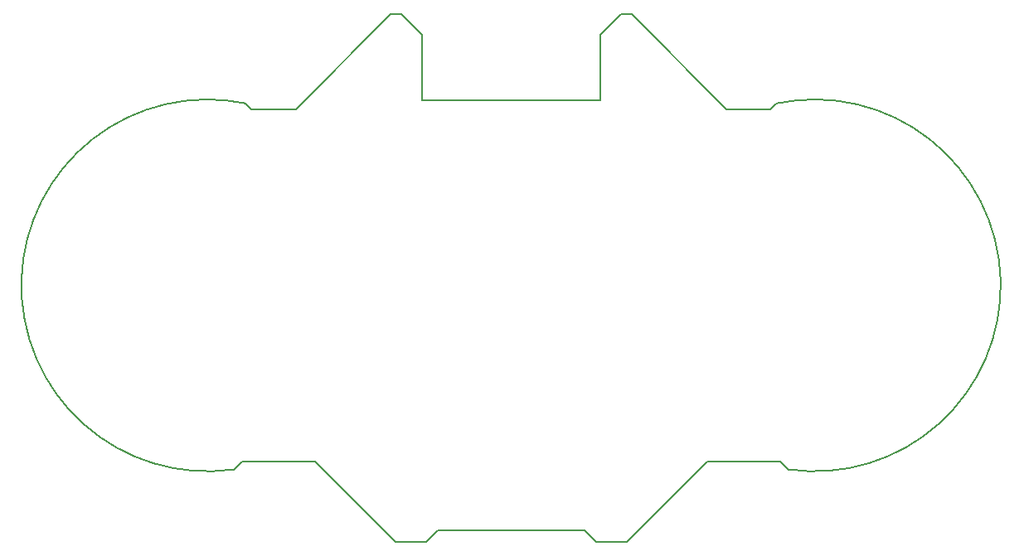
<source format=gbr>
%TF.GenerationSoftware,KiCad,Pcbnew,8.0.2*%
%TF.CreationDate,2024-05-05T16:16:47+08:00*%
%TF.ProjectId,controller,636f6e74-726f-46c6-9c65-722e6b696361,rev?*%
%TF.SameCoordinates,Original*%
%TF.FileFunction,Profile,NP*%
%FSLAX46Y46*%
G04 Gerber Fmt 4.6, Leading zero omitted, Abs format (unit mm)*
G04 Created by KiCad (PCBNEW 8.0.2) date 2024-05-05 16:16:47*
%MOMM*%
%LPD*%
G01*
G04 APERTURE LIST*
%TA.AperFunction,Profile*%
%ADD10C,0.200000*%
%TD*%
G04 APERTURE END LIST*
D10*
X135619887Y-53230006D02*
X134519912Y-53230006D01*
X114200000Y-62000000D02*
X114200000Y-55300000D01*
X134519912Y-53230006D02*
X132400000Y-55300000D01*
X150414172Y-62335823D02*
X149819963Y-62930006D01*
X112119861Y-53230006D02*
X111019912Y-53230006D01*
X145319887Y-62930006D02*
X135619887Y-53230006D01*
X95011446Y-99738421D02*
X95011505Y-99738413D01*
X114619938Y-107130082D02*
X115819861Y-105930006D01*
X130819912Y-105930006D02*
X132019963Y-107130082D01*
X95011448Y-99738419D02*
G75*
G02*
X96225677Y-62335748I-2691448J18808419D01*
G01*
X150414222Y-62335747D02*
X150414172Y-62335823D01*
X143320014Y-98930006D02*
X150819963Y-98930006D01*
X114200000Y-55300000D02*
X112119861Y-53230006D01*
X115819861Y-105930006D02*
X123319963Y-105930006D01*
X132019963Y-107130082D02*
X135119938Y-107130082D01*
X95011429Y-99738439D02*
X95011446Y-99738421D01*
X123319963Y-105930006D02*
X130819912Y-105930006D01*
X149819963Y-62930006D02*
X145319887Y-62930006D01*
X111519836Y-107130082D02*
X114619938Y-107130082D01*
X95819811Y-98930006D02*
X103319887Y-98930006D01*
X150819963Y-98930006D02*
X151628336Y-99738405D01*
X96819811Y-62930006D02*
X96225627Y-62335823D01*
X150414222Y-62335747D02*
G75*
G02*
X151628335Y-99738413I3905818J-18594253D01*
G01*
X103319887Y-98930006D02*
X111519836Y-107130082D01*
X135119938Y-107130082D02*
X143320014Y-98930006D01*
X96225627Y-62335823D02*
X96225677Y-62335748D01*
X132400000Y-62000000D02*
X114200000Y-62000000D01*
X95011505Y-99738413D02*
X95011429Y-99738439D01*
X111019912Y-53230006D02*
X101319887Y-62930006D01*
X101319887Y-62930006D02*
X96819811Y-62930006D01*
X95011448Y-99738419D02*
X95819811Y-98930006D01*
X132400000Y-55300000D02*
X132400000Y-62000000D01*
M02*

</source>
